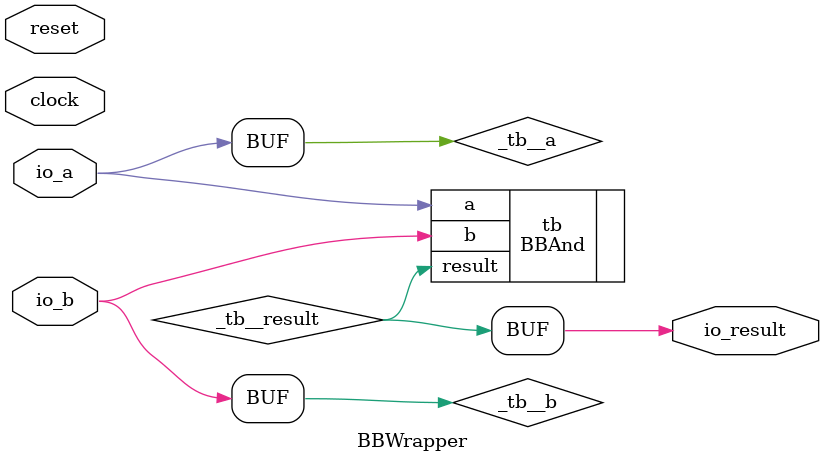
<source format=v>
module BBWrapper(
    input clock,
    input reset,
    input io_a,
    input io_b,
    output io_result
);
    wire _tb__result;
    wire _tb__b;
    wire _tb__a;
    BBAnd tb (
        .result(_tb__result),
        .b(_tb__b),
        .a(_tb__a)
    );
    assign io_result = _tb__result;
    assign _tb__a = io_a;
    assign _tb__b = io_b;
endmodule //BBWrapper

</source>
